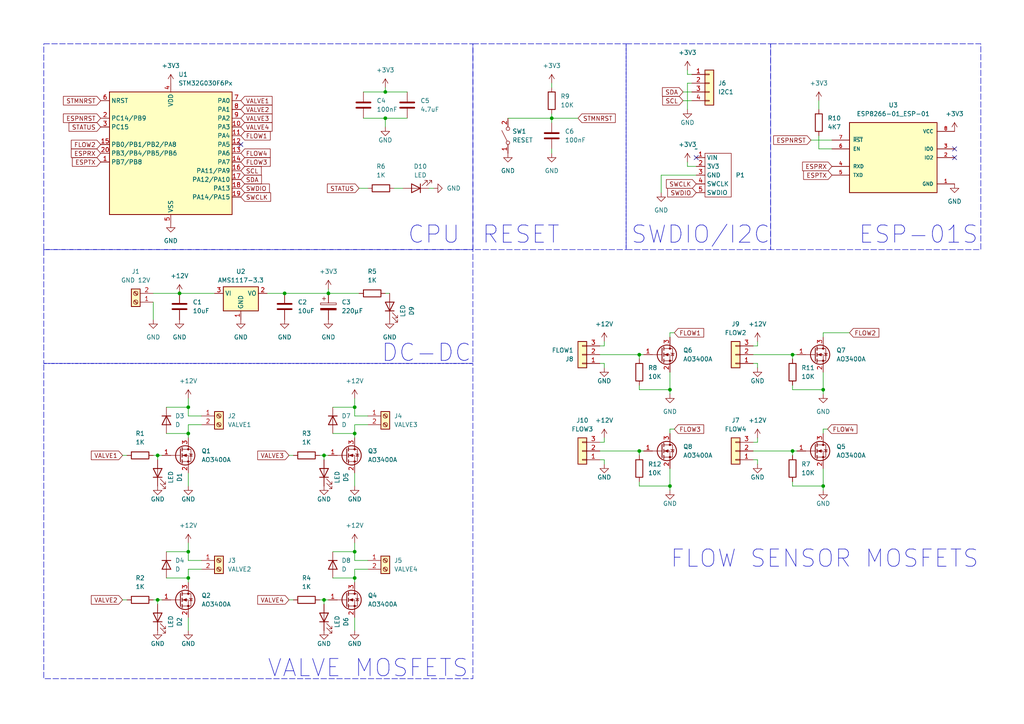
<source format=kicad_sch>
(kicad_sch (version 20230121) (generator eeschema)
  (paper "A4")
  (title_block (title "AutoIrrigator") (date "2025-04-06") (rev "1"))
  (lib_symbols
    (symbol "Connector_Generic:Conn_01x03" (pin_names (offset 1.016) hide)
      (property "Reference" "J" (at 0 5.08 0))
      (property "Value" "Conn_01x03" (at 0 -5.08 0))
      (symbol "Conn_01x03_1_1"
        (rectangle (start -1.27 -2.413) (end 0 -2.667) (stroke (width 0.1524)))
        (rectangle (start -1.27 0.127) (end 0 -0.127) (stroke (width 0.1524)))
        (rectangle (start -1.27 2.667) (end 0 2.413) (stroke (width 0.1524)))
        (rectangle (start -1.27 3.81) (end 1.27 -3.81) (stroke (width 0.254)) (fill (type background)))
        (pin passive line (at -5.08 2.54 0) (length 3.81) (name "Pin_1") (number "1"))
        (pin passive line (at -5.08 0 0) (length 3.81) (name "Pin_2") (number "2"))
        (pin passive line (at -5.08 -2.54 0) (length 3.81) (name "Pin_3") (number "3"))
      )
    )
    (symbol "Connector_Generic:Conn_01x04" (pin_names (offset 1.016) hide)
      (property "Reference" "J" (at 0 5.08 0))
      (property "Value" "Conn_01x04" (at 0 -7.62 0))
      (symbol "Conn_01x04_1_1"
        (rectangle (start -1.27 -4.953) (end 0 -5.207) (stroke (width 0.1524)))
        (rectangle (start -1.27 -2.413) (end 0 -2.667) (stroke (width 0.1524)))
        (rectangle (start -1.27 0.127) (end 0 -0.127) (stroke (width 0.1524)))
        (rectangle (start -1.27 2.667) (end 0 2.413) (stroke (width 0.1524)))
        (rectangle (start -1.27 3.81) (end 1.27 -6.35) (stroke (width 0.254)) (fill (type background)))
        (pin passive line (at -5.08 2.54 0) (length 3.81) (name "Pin_1") (number "1"))
        (pin passive line (at -5.08 0 0) (length 3.81) (name "Pin_2") (number "2"))
        (pin passive line (at -5.08 -2.54 0) (length 3.81) (name "Pin_3") (number "3"))
        (pin passive line (at -5.08 -5.08 0) (length 3.81) (name "Pin_4") (number "4"))
      )
    )
    (symbol "Device:C" (pin_numbers hide) (pin_names (offset 0.254))
      (property "Reference" "C" (at 0.635 2.54 0))
      (property "Value" "C" (at 0.635 -2.54 0))
      (symbol "C_0_1"
        (polyline (pts (xy -2.032 -0.762) (xy 2.032 -0.762)) (stroke (width 0.508)))
        (polyline (pts (xy -2.032 0.762) (xy 2.032 0.762)) (stroke (width 0.508)))
      )
      (symbol "C_1_1"
        (pin passive line (at 0 3.81 270) (length 2.794) (name "~") (number "1"))
        (pin passive line (at 0 -3.81 90) (length 2.794) (name "~") (number "2"))
      )
    )
    (symbol "Device:C_Polarized" (pin_numbers hide) (pin_names (offset 0.254))
      (property "Reference" "C" (at 0.635 2.54 0))
      (property "Value" "C_Polarized" (at 0.635 -2.54 0))
      (symbol "C_Polarized_0_1"
        (rectangle (start -2.286 0.508) (end 2.286 1.016))
        (polyline (pts (xy -1.778 2.286) (xy -0.762 2.286)))
        (polyline (pts (xy -1.27 2.794) (xy -1.27 1.778)))
        (rectangle (start 2.286 -0.508) (end -2.286 -1.016) (fill (type outline)))
      )
      (symbol "C_Polarized_1_1"
        (pin passive line (at 0 3.81 270) (length 2.794) (name "~") (number "1"))
        (pin passive line (at 0 -3.81 90) (length 2.794) (name "~") (number "2"))
      )
    )
    (symbol "Device:D" (pin_numbers hide) (pin_names (offset 1.016) hide)
      (property "Reference" "D" (at 0 2.54 0))
      (property "Value" "D" (at 0 -2.54 0))
      (symbol "D_0_1"
        (polyline (pts (xy -1.27 1.27) (xy -1.27 -1.27)) (stroke (width 0.254)))
        (polyline (pts (xy 1.27 0) (xy -1.27 0)))
        (polyline (pts (xy 1.27 1.27) (xy 1.27 -1.27) (xy -1.27 0) (xy 1.27 1.27)) (stroke (width 0.254)))
      )
      (symbol "D_1_1"
        (pin passive line (at -3.81 0 0) (length 2.54) (name "K") (number "1"))
        (pin passive line (at 3.81 0 180) (length 2.54) (name "A") (number "2"))
      )
    )
    (symbol "Device:LED" (pin_numbers hide) (pin_names (offset 1.016) hide)
      (property "Reference" "D" (at 0 2.54 0))
      (property "Value" "LED" (at 0 -2.54 0))
      (symbol "LED_0_1"
        (polyline (pts (xy -1.27 -1.27) (xy -1.27 1.27)) (stroke (width 0.254)))
        (polyline (pts (xy -1.27 0) (xy 1.27 0)))
        (polyline (pts (xy 1.27 -1.27) (xy 1.27 1.27) (xy -1.27 0) (xy 1.27 -1.27)) (stroke (width 0.254)))
        (polyline (pts (xy -3.048 -0.762) (xy -4.572 -2.286) (xy -3.81 -2.286) (xy -4.572 -2.286) (xy -4.572 -1.524)))
        (polyline (pts (xy -1.778 -0.762) (xy -3.302 -2.286) (xy -2.54 -2.286) (xy -3.302 -2.286) (xy -3.302 -1.524)))
      )
      (symbol "LED_1_1"
        (pin passive line (at -3.81 0 0) (length 2.54) (name "K") (number "1"))
        (pin passive line (at 3.81 0 180) (length 2.54) (name "A") (number "2"))
      )
    )
    (symbol "Device:R" (pin_numbers hide) (pin_names (offset 0))
      (property "Reference" "R" (at 2.032 0 90))
      (property "Value" "R" (at 0 0 90))
      (symbol "R_0_1"
        (rectangle (start -1.016 -2.54) (end 1.016 2.54) (stroke (width 0.254)))
      )
      (symbol "R_1_1"
        (pin passive line (at 0 3.81 270) (length 1.27) (name "~") (number "1"))
        (pin passive line (at 0 -3.81 90) (length 1.27) (name "~") (number "2"))
      )
    )
    (symbol "ESP8266-01_ESP-01:ESP8266-01_ESP-01" (pin_names (offset 1.016))
      (property "Reference" "U" (at -12.7094 10.6778 0))
      (property "Value" "ESP8266-01_ESP-01" (at -12.7131 -12.7131 0))
      (symbol "ESP8266-01_ESP-01_0_0"
        (rectangle (start -12.7 -10.16) (end 12.7 10.16) (stroke (width 0.254)) (fill (type background)))
        (pin power_in line (at 17.78 -7.62 180) (length 5.08) (name "GND") (number "1"))
        (pin bidirectional line (at 17.78 0 180) (length 5.08) (name "IO2") (number "2"))
        (pin bidirectional line (at 17.78 2.54 180) (length 5.08) (name "IO0") (number "3"))
        (pin input line (at -17.78 -2.54 0) (length 5.08) (name "RXD") (number "4"))
        (pin output line (at -17.78 -5.08 0) (length 5.08) (name "TXD") (number "5"))
        (pin input line (at -17.78 2.54 0) (length 5.08) (name "EN") (number "6"))
        (pin input line (at -17.78 5.08 0) (length 5.08) (name "~{RST}") (number "7"))
        (pin power_in line (at 17.78 7.62 180) (length 5.08) (name "VCC") (number "8"))
      )
    )
    (symbol "MCU_ST_STM32G0:STM32G030F6Px"
      (property "Reference" "U" (at -17.78 19.05 0))
      (property "Value" "STM32G030F6Px" (at 2.54 19.05 0))
      (symbol "STM32G030F6Px_0_1"
        (rectangle (start -17.78 -17.78) (end 17.78 17.78) (stroke (width 0.254)) (fill (type background)))
      )
      (symbol "STM32G030F6Px_1_1"
        (pin bidirectional line (at -20.32 -2.54 0) (length 2.54) (name "PB7/PB8") (number "1"))
        (pin bidirectional line (at 20.32 7.62 180) (length 2.54) (name "PA3") (number "10"))
        (pin bidirectional line (at 20.32 5.08 180) (length 2.54) (name "PA4") (number "11"))
        (pin bidirectional line (at 20.32 2.54 180) (length 2.54) (name "PA5") (number "12"))
        (pin bidirectional line (at 20.32 0 180) (length 2.54) (name "PA6") (number "13"))
        (pin bidirectional line (at 20.32 -2.54 180) (length 2.54) (name "PA7") (number "14"))
        (pin bidirectional line (at -20.32 2.54 0) (length 2.54) (name "PB0/PB1/PB2/PA8") (number "15"))
        (pin bidirectional line (at 20.32 -5.08 180) (length 2.54) (name "PA11/PA9") (number "16"))
        (pin bidirectional line (at 20.32 -7.62 180) (length 2.54) (name "PA12/PA10") (number "17"))
        (pin bidirectional line (at 20.32 -10.16 180) (length 2.54) (name "PA13") (number "18"))
        (pin bidirectional line (at 20.32 -12.7 180) (length 2.54) (name "PA14/PA15") (number "19"))
        (pin bidirectional line (at -20.32 10.16 0) (length 2.54) (name "PC14/PB9") (number "2"))
        (pin bidirectional line (at -20.32 0 0) (length 2.54) (name "PB3/PB4/PB5/PB6") (number "20"))
        (pin bidirectional line (at -20.32 7.62 0) (length 2.54) (name "PC15") (number "3"))
        (pin power_in line (at 0 20.32 270) (length 2.54) (name "VDD") (number "4"))
        (pin power_in line (at 0 -20.32 90) (length 2.54) (name "VSS") (number "5"))
        (pin input line (at -20.32 15.24 0) (length 2.54) (name "NRST") (number "6"))
        (pin bidirectional line (at 20.32 15.24 180) (length 2.54) (name "PA0") (number "7"))
        (pin bidirectional line (at 20.32 12.7 180) (length 2.54) (name "PA1") (number "8"))
        (pin bidirectional line (at 20.32 10.16 180) (length 2.54) (name "PA2") (number "9"))
      )
    )
    (symbol "Regulator_Linear:AMS1117-3.3"
      (property "Reference" "U" (at -3.81 3.175 0))
      (property "Value" "AMS1117-3.3" (at 0 3.175 0))
      (symbol "AMS1117-3.3_0_1"
        (rectangle (start -5.08 -5.08) (end 5.08 1.905) (stroke (width 0.254)) (fill (type background)))
      )
      (symbol "AMS1117-3.3_1_1"
        (pin power_in line (at 0 -7.62 90) (length 2.54) (name "GND") (number "1"))
        (pin power_out line (at 7.62 0 180) (length 2.54) (name "VO") (number "2"))
        (pin power_in line (at -7.62 0 0) (length 2.54) (name "VI") (number "3"))
      )
    )
    (symbol "Switch:SW_SPST" (pin_names (offset 0) hide)
      (property "Reference" "SW" (at 0 3.175 0))
      (property "Value" "SW_SPST" (at 0 -2.54 0))
      (symbol "SW_SPST_0_0"
        (circle (center -2.032 0) (radius 0.508))
        (polyline (pts (xy -1.524 0.254) (xy 1.524 1.778)))
        (circle (center 2.032 0) (radius 0.508))
      )
      (symbol "SW_SPST_1_1"
        (pin passive line (at -5.08 0 0) (length 2.54) (name "A") (number "1"))
        (pin passive line (at 5.08 0 180) (length 2.54) (name "B") (number "2"))
      )
    )
    (symbol "Transistor_FET:AO3400A" (pin_names hide)
      (property "Reference" "Q" (at 5.08 1.905 0))
      (property "Value" "AO3400A" (at 5.08 0 0))
      (symbol "AO3400A_0_1"
        (polyline (pts (xy 0.254 0) (xy -2.54 0)))
        (polyline (pts (xy 0.254 1.905) (xy 0.254 -1.905)) (stroke (width 0.254)))
        (polyline (pts (xy 0.762 -1.27) (xy 0.762 -2.286)) (stroke (width 0.254)))
        (polyline (pts (xy 0.762 0.508) (xy 0.762 -0.508)) (stroke (width 0.254)))
        (polyline (pts (xy 0.762 2.286) (xy 0.762 1.27)) (stroke (width 0.254)))
        (polyline (pts (xy 2.54 2.54) (xy 2.54 1.778)))
        (polyline (pts (xy 2.54 -2.54) (xy 2.54 0) (xy 0.762 0)))
        (polyline (pts (xy 0.762 -1.778) (xy 3.302 -1.778) (xy 3.302 1.778) (xy 0.762 1.778)))
        (polyline (pts (xy 1.016 0) (xy 2.032 0.381) (xy 2.032 -0.381) (xy 1.016 0)) (fill (type outline)))
        (polyline (pts (xy 2.794 0.508) (xy 2.921 0.381) (xy 3.683 0.381) (xy 3.81 0.254)))
        (polyline (pts (xy 3.302 0.381) (xy 2.921 -0.254) (xy 3.683 -0.254) (xy 3.302 0.381)))
        (circle (center 1.651 0) (radius 2.794) (stroke (width 0.254)))
        (circle (center 2.54 -1.778) (radius 0.254) (fill (type outline)))
        (circle (center 2.54 1.778) (radius 0.254) (fill (type outline)))
      )
      (symbol "AO3400A_1_1"
        (pin input line (at -5.08 0 0) (length 2.54) (name "G") (number "1"))
        (pin passive line (at 2.54 -5.08 90) (length 2.54) (name "S") (number "2"))
        (pin passive line (at 2.54 5.08 270) (length 2.54) (name "D") (number "3"))
      )
    )
    (symbol "power:+12V" (power) (pin_names (offset 0))
      (property "Value" "+12V" (at 0 3.556 0))
      (symbol "+12V_0_1"
        (polyline (pts (xy -0.762 1.27) (xy 0 2.54)))
        (polyline (pts (xy 0 0) (xy 0 2.54)))
        (polyline (pts (xy 0 2.54) (xy 0.762 1.27)))
      )
      (symbol "+12V_1_1"
        (pin power_in line (at 0 0 90) (length 0) hide (name "+12V") (number "1"))
      )
    )
    (symbol "power:+3V3" (power) (pin_names (offset 0))
      (property "Value" "+3V3" (at 0 3.556 0))
      (symbol "+3V3_0_1"
        (polyline (pts (xy -0.762 1.27) (xy 0 2.54)))
        (polyline (pts (xy 0 0) (xy 0 2.54)))
        (polyline (pts (xy 0 2.54) (xy 0.762 1.27)))
      )
      (symbol "+3V3_1_1"
        (pin power_in line (at 0 0 90) (length 0) hide (name "+3V3") (number "1"))
      )
    )
    (symbol "power:GND" (power) (pin_names (offset 0))
      (property "Value" "GND" (at 0 -3.81 0))
      (symbol "GND_0_1"
        (polyline (pts (xy 0 0) (xy 0 -1.27) (xy 1.27 -1.27) (xy 0 -2.54) (xy -1.27 -1.27) (xy 0 -1.27)))
      )
      (symbol "GND_1_1"
        (pin power_in line (at 0 0 270) (length 0) hide (name "GND") (number "1"))
      )
    )
    (symbol "power_symbols:screw_2p_small"
      (property "Reference" "J" (at 2.54 -2.54 0))
      (property "Value" "Screw_Terminals_Small" (at 12.7 -5.08 0))
      (symbol "screw_2p_small_1_1"
        (rectangle (start -1.27 -1.27) (end 1.27 -6.35) (stroke (width 0.254)) (fill (type background)))
        (circle (center 0 -5.08) (radius 0.635) (stroke (width 0.1524)))
        (circle (center 0 -2.54) (radius 0.635) (stroke (width 0.1524)))
        (polyline (pts (xy -0.5334 -4.7498) (xy 0.3302 -5.588)) (stroke (width 0.1524)))
        (polyline (pts (xy -0.5334 -2.2098) (xy 0.3302 -3.048)) (stroke (width 0.1524)))
        (polyline (pts (xy -0.3556 -4.572) (xy 0.508 -5.4102)) (stroke (width 0.1524)))
        (polyline (pts (xy -0.3556 -2.032) (xy 0.508 -2.8702)) (stroke (width 0.1524)))
        (pin passive line (at -5.08 -2.54 0) (length 3.81) (name "") (number "1"))
        (pin passive line (at -5.08 -5.08 0) (length 3.81) (name "") (number "2"))
      )
    )
    (symbol "power_symbols:stm_headers"
      (property "Reference" "P" (at 6.35 0 0))
      (symbol "stm_headers_0_1"
        (rectangle (start 2.54 -1.27) (end 10.16 -13.97))
      )
      (symbol "stm_headers_1_1"
        (pin input line (at 0 -2.54 0) (length 2.54) (name "VIN") (number "1"))
        (pin input line (at 0 -5.08 0) (length 2.54) (name "3V3") (number "2"))
        (pin input line (at 0 -7.62 0) (length 2.54) (name "GND") (number "3"))
        (pin input line (at 0 -10.16 0) (length 2.54) (name "SWCLK") (number "4"))
        (pin input line (at 0 -12.7 0) (length 2.54) (name "SWDIO") (number "5"))
      )
    )
  )
  (junction (at 229.87 130.81))
  (junction (at 93.98 173.99))
  (junction (at 54.61 118.11))
  (junction (at 93.98 132.08))
  (junction (at 54.61 160.02))
  (junction (at 111.76 34.29))
  (junction (at 194.31 113.03))
  (junction (at 82.55 85.09))
  (junction (at 185.42 102.87))
  (junction (at 229.87 102.87))
  (junction (at 95.25 85.09))
  (junction (at 45.72 132.08))
  (junction (at 102.87 125.73))
  (junction (at 194.31 140.97))
  (junction (at 160.02 34.29))
  (junction (at 238.76 140.97))
  (junction (at 185.42 130.81))
  (junction (at 54.61 125.73))
  (junction (at 52.07 85.09))
  (junction (at 102.87 167.64))
  (junction (at 54.61 167.64))
  (junction (at 45.72 173.99))
  (junction (at 238.76 113.03))
  (junction (at 111.76 26.67))
  (junction (at 102.87 160.02))
  (junction (at 102.87 118.11))
  (no_connect (at 276.86 45.72))
  (no_connect (at 201.93 45.72))
  (no_connect (at 69.85 41.91))
  (no_connect (at 276.86 43.18))
  (wire (pts (xy 93.98 132.08) (xy 95.25 132.08)))
  (wire (pts (xy 238.76 124.46) (xy 238.76 125.73)))
  (wire (pts (xy 54.61 167.64) (xy 54.61 165.1)))
  (wire (pts (xy 229.87 139.7) (xy 229.87 140.97)))
  (wire (pts (xy 54.61 168.91) (xy 54.61 167.64)))
  (wire (pts (xy 218.44 128.27) (xy 219.71 128.27)))
  (wire (pts (xy 219.71 133.35) (xy 219.71 134.62)))
  (wire (pts (xy 77.47 85.09) (xy 82.55 85.09)))
  (wire (pts (xy 218.44 102.87) (xy 229.87 102.87)))
  (wire (pts (xy 93.98 132.08) (xy 93.98 133.35)))
  (wire (pts (xy 147.32 34.29) (xy 160.02 34.29)))
  (wire (pts (xy 105.41 26.67) (xy 111.76 26.67)))
  (wire (pts (xy 54.61 137.16) (xy 54.61 140.97)))
  (wire (pts (xy 102.87 123.19) (xy 106.68 123.19)))
  (wire (pts (xy 231.14 130.81) (xy 229.87 130.81)))
  (wire (pts (xy 111.76 34.29) (xy 111.76 36.83)))
  (wire (pts (xy 54.61 125.73) (xy 54.61 123.19)))
  (wire (pts (xy 229.87 113.03) (xy 238.76 113.03)))
  (wire (pts (xy 54.61 118.11) (xy 54.61 120.65)))
  (wire (pts (xy 218.44 105.41) (xy 219.71 105.41)))
  (wire (pts (xy 44.45 92.71) (xy 44.45 87.63)))
  (wire (pts (xy 96.52 167.64) (xy 102.87 167.64)))
  (wire (pts (xy 102.87 125.73) (xy 102.87 123.19)))
  (wire (pts (xy 194.31 142.24) (xy 194.31 140.97)))
  (wire (pts (xy 45.72 132.08) (xy 45.72 133.35)))
  (wire (pts (xy 54.61 123.19) (xy 58.42 123.19)))
  (wire (pts (xy 237.49 43.18) (xy 241.3 43.18)))
  (wire (pts (xy 191.77 50.8) (xy 201.93 50.8)))
  (wire (pts (xy 35.56 132.08) (xy 36.83 132.08)))
  (wire (pts (xy 95.25 83.82) (xy 95.25 85.09)))
  (wire (pts (xy 105.41 34.29) (xy 111.76 34.29)))
  (wire (pts (xy 54.61 127) (xy 54.61 125.73)))
  (wire (pts (xy 44.45 85.09) (xy 52.07 85.09)))
  (wire (pts (xy 194.31 124.46) (xy 194.31 125.73)))
  (wire (pts (xy 199.39 20.32) (xy 199.39 21.59)))
  (wire (pts (xy 175.26 105.41) (xy 175.26 106.68)))
  (wire (pts (xy 194.31 107.95) (xy 194.31 113.03)))
  (wire (pts (xy 235.204 40.64) (xy 241.3 40.64)))
  (wire (pts (xy 116.84 54.61) (xy 114.3 54.61)))
  (wire (pts (xy 54.61 165.1) (xy 58.42 165.1)))
  (wire (pts (xy 160.02 43.18) (xy 160.02 44.45)))
  (wire (pts (xy 199.39 24.13) (xy 199.39 31.75)))
  (wire (pts (xy 238.76 114.3) (xy 238.76 113.03)))
  (wire (pts (xy 185.42 140.97) (xy 194.31 140.97)))
  (wire (pts (xy 102.87 165.1) (xy 106.68 165.1)))
  (wire (pts (xy 186.69 130.81) (xy 185.42 130.81)))
  (wire (pts (xy 95.25 85.09) (xy 104.14 85.09)))
  (wire (pts (xy 104.14 54.61) (xy 106.68 54.61)))
  (wire (pts (xy 44.45 132.08) (xy 45.72 132.08)))
  (wire (pts (xy 238.76 142.24) (xy 238.76 140.97)))
  (wire (pts (xy 173.99 128.27) (xy 175.26 128.27)))
  (wire (pts (xy 186.69 102.87) (xy 185.42 102.87)))
  (wire (pts (xy 111.76 25.4) (xy 111.76 26.67)))
  (wire (pts (xy 83.82 132.08) (xy 85.09 132.08)))
  (wire (pts (xy 185.42 130.81) (xy 185.42 132.08)))
  (wire (pts (xy 102.87 118.11) (xy 102.87 120.65)))
  (wire (pts (xy 173.99 102.87) (xy 185.42 102.87)))
  (wire (pts (xy 185.42 139.7) (xy 185.42 140.97)))
  (wire (pts (xy 199.39 46.99) (xy 199.39 48.26)))
  (wire (pts (xy 238.76 107.95) (xy 238.76 113.03)))
  (wire (pts (xy 173.99 100.33) (xy 175.26 100.33)))
  (wire (pts (xy 102.87 162.56) (xy 106.68 162.56)))
  (wire (pts (xy 54.61 115.57) (xy 54.61 118.11)))
  (wire (pts (xy 92.71 173.99) (xy 93.98 173.99)))
  (wire (pts (xy 54.61 179.07) (xy 54.61 182.88)))
  (wire (pts (xy 238.76 96.52) (xy 246.38 96.52)))
  (wire (pts (xy 54.61 162.56) (xy 58.42 162.56)))
  (wire (pts (xy 102.87 115.57) (xy 102.87 118.11)))
  (wire (pts (xy 48.26 160.02) (xy 54.61 160.02)))
  (wire (pts (xy 194.31 135.89) (xy 194.31 140.97)))
  (wire (pts (xy 198.12 26.67) (xy 200.66 26.67)))
  (wire (pts (xy 229.87 111.76) (xy 229.87 113.03)))
  (wire (pts (xy 219.71 105.41) (xy 219.71 106.68)))
  (wire (pts (xy 229.87 140.97) (xy 238.76 140.97)))
  (wire (pts (xy 48.26 118.11) (xy 54.61 118.11)))
  (wire (pts (xy 185.42 102.87) (xy 185.42 104.14)))
  (wire (pts (xy 160.02 33.02) (xy 160.02 34.29)))
  (wire (pts (xy 185.42 111.76) (xy 185.42 113.03)))
  (wire (pts (xy 96.52 118.11) (xy 102.87 118.11)))
  (wire (pts (xy 199.39 48.26) (xy 201.93 48.26)))
  (wire (pts (xy 175.26 133.35) (xy 175.26 134.62)))
  (wire (pts (xy 194.31 96.52) (xy 194.31 97.79)))
  (wire (pts (xy 219.71 100.33) (xy 219.71 99.06)))
  (wire (pts (xy 229.87 130.81) (xy 229.87 132.08)))
  (wire (pts (xy 45.72 173.99) (xy 46.99 173.99)))
  (wire (pts (xy 238.76 96.52) (xy 238.76 97.79)))
  (wire (pts (xy 48.26 167.64) (xy 54.61 167.64)))
  (wire (pts (xy 238.76 124.46) (xy 240.03 124.46)))
  (wire (pts (xy 229.87 102.87) (xy 229.87 104.14)))
  (wire (pts (xy 45.72 132.08) (xy 46.99 132.08)))
  (wire (pts (xy 102.87 168.91) (xy 102.87 167.64)))
  (wire (pts (xy 160.02 34.29) (xy 167.64 34.29)))
  (wire (pts (xy 194.31 96.52) (xy 195.58 96.52)))
  (wire (pts (xy 199.39 21.59) (xy 200.66 21.59)))
  (wire (pts (xy 194.31 114.3) (xy 194.31 113.03)))
  (wire (pts (xy 175.26 100.33) (xy 175.26 99.06)))
  (wire (pts (xy 173.99 133.35) (xy 175.26 133.35)))
  (wire (pts (xy 35.56 173.99) (xy 36.83 173.99)))
  (wire (pts (xy 102.87 137.16) (xy 102.87 140.97)))
  (wire (pts (xy 113.03 85.09) (xy 111.76 85.09)))
  (wire (pts (xy 52.07 85.09) (xy 62.23 85.09)))
  (wire (pts (xy 173.99 105.41) (xy 175.26 105.41)))
  (wire (pts (xy 200.66 24.13) (xy 199.39 24.13)))
  (wire (pts (xy 102.87 160.02) (xy 102.87 162.56)))
  (wire (pts (xy 237.49 39.37) (xy 237.49 43.18)))
  (wire (pts (xy 102.87 167.64) (xy 102.87 165.1)))
  (wire (pts (xy 218.44 100.33) (xy 219.71 100.33)))
  (wire (pts (xy 102.87 127) (xy 102.87 125.73)))
  (wire (pts (xy 125.73 54.61) (xy 124.46 54.61)))
  (wire (pts (xy 96.52 160.02) (xy 102.87 160.02)))
  (wire (pts (xy 54.61 157.48) (xy 54.61 160.02)))
  (wire (pts (xy 191.77 55.88) (xy 191.77 50.8)))
  (wire (pts (xy 238.76 135.89) (xy 238.76 140.97)))
  (wire (pts (xy 237.49 29.21) (xy 237.49 31.75)))
  (wire (pts (xy 160.02 24.13) (xy 160.02 25.4)))
  (wire (pts (xy 219.71 128.27) (xy 219.71 127)))
  (wire (pts (xy 93.98 173.99) (xy 95.25 173.99)))
  (wire (pts (xy 54.61 160.02) (xy 54.61 162.56)))
  (wire (pts (xy 175.26 128.27) (xy 175.26 127)))
  (wire (pts (xy 218.44 130.81) (xy 229.87 130.81)))
  (wire (pts (xy 48.26 125.73) (xy 54.61 125.73)))
  (wire (pts (xy 102.87 120.65) (xy 106.68 120.65)))
  (wire (pts (xy 44.45 173.99) (xy 45.72 173.99)))
  (wire (pts (xy 218.44 133.35) (xy 219.71 133.35)))
  (wire (pts (xy 83.82 173.99) (xy 85.09 173.99)))
  (wire (pts (xy 82.55 85.09) (xy 95.25 85.09)))
  (wire (pts (xy 194.31 124.46) (xy 195.58 124.46)))
  (wire (pts (xy 92.71 132.08) (xy 93.98 132.08)))
  (wire (pts (xy 45.72 173.99) (xy 45.72 175.26)))
  (wire (pts (xy 102.87 179.07) (xy 102.87 182.88)))
  (wire (pts (xy 111.76 26.67) (xy 118.11 26.67)))
  (wire (pts (xy 93.98 173.99) (xy 93.98 175.26)))
  (wire (pts (xy 185.42 113.03) (xy 194.31 113.03)))
  (wire (pts (xy 54.61 120.65) (xy 58.42 120.65)))
  (wire (pts (xy 96.52 125.73) (xy 102.87 125.73)))
  (wire (pts (xy 160.02 34.29) (xy 160.02 35.56)))
  (wire (pts (xy 231.14 102.87) (xy 229.87 102.87)))
  (wire (pts (xy 198.12 29.21) (xy 200.66 29.21)))
  (wire (pts (xy 102.87 157.48) (xy 102.87 160.02)))
  (wire (pts (xy 173.99 130.81) (xy 185.42 130.81)))
  (wire (pts (xy 111.76 34.29) (xy 118.11 34.29)))
  (rectangle (start 223.52 12.7) (end 284.48 72.39) (stroke (width 0) (type dash)))
  (rectangle (start 137.16 12.7) (end 181.61 72.39) (stroke (width 0) (type dash)))
  (rectangle (start 12.7 105.41) (end 137.16 196.85) (stroke (width 0) (type dash)))
  (rectangle (start 12.7 12.7) (end 137.16 72.39) (stroke (width 0) (type dash)))
  (rectangle (start 12.7 72.39) (end 137.16 105.41) (stroke (width 0) (type dash)))
  (rectangle (start 181.61 12.7) (end 223.52 72.39) (stroke (width 0) (type dash)))
  (text "RESET" (at 139.7 71.12 0) (effects (font (size 5 5)) (justify left bottom)))
  (text "CPU" (at 118.11 71.12 0) (effects (font (size 5 5)) (justify left bottom)))
  (text "SWDIO/I2C\n" (at 182.88 71.12 0) (effects (font (size 5 5)) (justify left bottom)))
  (text "VALVE MOSFETS" (at 77.47 196.85 0) (effects (font (size 5 5)) (justify left bottom)))
  (text "DC-DC" (at 110.49 105.41 0) (effects (font (size 5 5)) (justify left bottom)))
  (text "ESP-01S" (at 248.92 71.12 0) (effects (font (size 5 5)) (justify left bottom)))
  (text "FLOW SENSOR MOSFETS" (at 194.31 165.1 0) (effects (font (size 5 5)) (justify left bottom)))
  (global_label "SWCLK" (shape input) (at 69.85 57.15 0) (property "Intersheetrefs" "${INTERSHEET_REFS}" (effects hide)))
  (global_label "VALVE1" (shape input) (at 69.85 29.21 0) (property "Intersheetrefs" "${INTERSHEET_REFS}" (effects hide)))
  (global_label "SCL" (shape input) (at 69.85 49.53 0) (property "Intersheetrefs" "${INTERSHEET_REFS}" (effects hide)))
  (global_label "FLOW3" (shape input) (at 69.85 46.99 0) (property "Intersheetrefs" "${INTERSHEET_REFS}" (effects hide)))
  (global_label "VALVE3" (shape input) (at 69.85 34.29 0) (property "Intersheetrefs" "${INTERSHEET_REFS}" (effects hide)))
  (global_label "SDA" (shape input) (at 198.12 26.67 180) (property "Intersheetrefs" "${INTERSHEET_REFS}" (effects hide)))
  (global_label "FLOW3" (shape input) (at 195.58 124.46 0) (property "Intersheetrefs" "${INTERSHEET_REFS}" (effects hide)))
  (global_label "STATUS" (shape input) (at 104.14 54.61 180) (property "Intersheetrefs" "${INTERSHEET_REFS}" (effects hide)))
  (global_label "VALVE2" (shape input) (at 69.85 31.75 0) (property "Intersheetrefs" "${INTERSHEET_REFS}" (effects hide)))
  (global_label "SCL" (shape input) (at 198.12 29.21 180) (property "Intersheetrefs" "${INTERSHEET_REFS}" (effects hide)))
  (global_label "SWDIO" (shape input) (at 201.93 55.88 180) (property "Intersheetrefs" "${INTERSHEET_REFS}" (effects hide)))
  (global_label "ESPTX" (shape input) (at 241.3 50.8 180) (property "Intersheetrefs" "${INTERSHEET_REFS}" (effects hide)))
  (global_label "ESPTX" (shape input) (at 29.21 46.99 180) (property "Intersheetrefs" "${INTERSHEET_REFS}" (effects hide)))
  (global_label "VALVE4" (shape input) (at 69.85 36.83 0) (property "Intersheetrefs" "${INTERSHEET_REFS}" (effects hide)))
  (global_label "STATUS" (shape input) (at 29.21 36.83 180) (property "Intersheetrefs" "${INTERSHEET_REFS}" (effects hide)))
  (global_label "VALVE3" (shape input) (at 83.82 132.08 180) (property "Intersheetrefs" "${INTERSHEET_REFS}" (effects hide)))
  (global_label "FLOW4" (shape input) (at 69.85 44.45 0) (property "Intersheetrefs" "${INTERSHEET_REFS}" (effects hide)))
  (global_label "VALVE1" (shape input) (at 35.56 132.08 180) (property "Intersheetrefs" "${INTERSHEET_REFS}" (effects hide)))
  (global_label "STMNRST" (shape input) (at 29.21 29.21 180) (property "Intersheetrefs" "${INTERSHEET_REFS}" (effects hide)))
  (global_label "VALVE2" (shape input) (at 35.56 173.99 180) (property "Intersheetrefs" "${INTERSHEET_REFS}" (effects hide)))
  (global_label "SDA" (shape input) (at 69.85 52.07 0) (property "Intersheetrefs" "${INTERSHEET_REFS}" (effects hide)))
  (global_label "SWCLK" (shape input) (at 201.93 53.34 180) (property "Intersheetrefs" "${INTERSHEET_REFS}" (effects hide)))
  (global_label "ESPNRST" (shape input) (at 29.21 34.29 180) (property "Intersheetrefs" "${INTERSHEET_REFS}" (effects hide)))
  (global_label "SWDIO" (shape input) (at 69.85 54.61 0) (property "Intersheetrefs" "${INTERSHEET_REFS}" (effects hide)))
  (global_label "FLOW1" (shape input) (at 195.58 96.52 0) (property "Intersheetrefs" "${INTERSHEET_REFS}" (effects hide)))
  (global_label "ESPRX" (shape input) (at 29.21 44.45 180) (property "Intersheetrefs" "${INTERSHEET_REFS}" (effects hide)))
  (global_label "ESPNRST" (shape input) (at 235.204 40.64 180) (property "Intersheetrefs" "${INTERSHEET_REFS}" (effects hide)))
  (global_label "FLOW4" (shape input) (at 240.03 124.46 0) (property "Intersheetrefs" "${INTERSHEET_REFS}" (effects hide)))
  (global_label "FLOW2" (shape input) (at 246.38 96.52 0) (property "Intersheetrefs" "${INTERSHEET_REFS}" (effects hide)))
  (global_label "FLOW1" (shape input) (at 69.85 39.37 0) (property "Intersheetrefs" "${INTERSHEET_REFS}" (effects hide)))
  (global_label "FLOW2" (shape input) (at 29.21 41.91 180) (property "Intersheetrefs" "${INTERSHEET_REFS}" (effects hide)))
  (global_label "ESPRX" (shape input) (at 241.3 48.26 180) (property "Intersheetrefs" "${INTERSHEET_REFS}" (effects hide)))
  (global_label "VALVE4" (shape input) (at 83.82 173.99 180) (property "Intersheetrefs" "${INTERSHEET_REFS}" (effects hide)))
  (global_label "STMNRST" (shape input) (at 167.64 34.29 0) (property "Intersheetrefs" "${INTERSHEET_REFS}" (effects hide)))
  (symbol (lib_id "ESP8266-01_ESP-01:ESP8266-01_ESP-01") (at 259.08 45.72 0) (unit 1)
    (property "Reference" "U3" (at 259.08 30.48 0))
    (property "Value" "ESP8266-01_ESP-01" (at 259.08 33.02 0))
    (property "Footprint" "power_symbols:esp-01s" (effects hide))
    (property "MF" "AI-Thinker" (effects hide))
    (property "MAXIMUM_PACKAGE_HEIGHT" "11.2 mm" (effects hide))
    (property "Package" "Non-Standard AI-Thinker" (effects hide))
    (property "Price" "None" (effects hide))
    (property "Check_prices" "https://www.snapeda.com/parts/ESP8266-01/ESP-01/AI-Thinker/view-part/?ref=eda" (effects hide))
    (property "STANDARD" "Manufacturer recommendations or IPC 7351B" (effects hide))
    (property "PARTREV" "V1.2" (effects hide))
    (property "SnapEDA_Link" "https://www.snapeda.com/parts/ESP8266-01/ESP-01/AI-Thinker/view-part/?ref=snap" (effects hide))
    (property "MP" "ESP8266-01/ESP-01" (effects hide))
    (property "Description" "\nMakerFocus 4pcs ESP8266 ESP-01 Serial Wireless WiFi Transceiver Receiver Module 1MB SPI Flash DC3.0-3.6V Internet of Things WiFi Module Board Compatible with Ar duino\n" (effects hide))
    (property "Availability" "Not in stock" (effects hide))
    (property "MANUFACTURER" "AI-Thinker" (effects hide))
  )
  (symbol (lib_id "Device:LED") (at 120.65 54.61 180) (unit 1)
    (property "Reference" "D10" (at 121.92 48.26 0))
    (property "Value" "LED" (at 121.92 50.8 0))
    (property "Footprint" "LED_SMD:LED_0805_2012Metric" (effects hide))
  )
  (symbol (lib_id "power:GND") (at 194.31 114.3 0) (unit 1)
    (property "Reference" "#PWR038" (effects hide))
    (property "Value" "GND" (at 194.31 119.38 0))
  )
  (symbol (lib_id "power:+12V") (at 54.61 115.57 0) (unit 1)
    (property "Reference" "#PWR09" (effects hide))
    (property "Value" "+12V" (at 54.61 110.49 0))
  )
  (symbol (lib_id "power:GND") (at 175.26 134.62 0) (unit 1)
    (property "Reference" "#PWR043" (effects hide))
    (property "Value" "GND" (at 175.26 138.43 0))
  )
  (symbol (lib_id "power:GND") (at 219.71 134.62 0) (unit 1)
    (property "Reference" "#PWR029" (effects hide))
    (property "Value" "GND" (at 219.71 138.43 0))
  )
  (symbol (lib_id "power:+3V3") (at 237.49 29.21 0) (unit 1)
    (property "Reference" "#PWR039" (effects hide))
    (property "Value" "+3V3" (at 237.49 24.13 0))
  )
  (symbol (lib_id "power:GND") (at 69.85 92.71 0) (unit 1)
    (property "Reference" "#PWR08" (effects hide))
    (property "Value" "GND" (at 69.85 97.79 0))
  )
  (symbol (lib_id "Device:R") (at 185.42 135.89 0) (unit 1)
    (property "Reference" "R12" (at 187.96 134.62 0) (effects (justify left)))
    (property "Value" "10K" (at 187.96 137.16 0) (effects (justify left)))
    (property "Footprint" "Resistor_SMD:R_0603_1608Metric" (effects hide))
  )
  (symbol (lib_id "MCU_ST_STM32G0:STM32G030F6Px") (at 49.53 44.45 0) (unit 1)
    (property "Reference" "U1" (at 51.7241 21.59 0) (effects (justify left)))
    (property "Value" "STM32G030F6Px" (at 51.7241 24.13 0) (effects (justify left)))
    (property "Footprint" "Package_SO:TSSOP-20_4.4x6.5mm_P0.65mm" (effects hide))
    (property "Datasheet" "https://www.st.com/resource/en/datasheet/stm32g030f6.pdf" (effects hide))
  )
  (symbol (lib_id "Transistor_FET:AO3400A") (at 191.77 130.81 0) (unit 1)
    (property "Reference" "Q8" (at 198.12 129.54 0) (effects (justify left)))
    (property "Value" "AO3400A" (at 198.12 132.08 0) (effects (justify left)))
    (property "Footprint" "Package_TO_SOT_SMD:SOT-23" (effects hide))
    (property "Datasheet" "http://www.aosmd.com/pdfs/datasheet/AO3400A.pdf" (effects hide))
  )
  (symbol (lib_id "Device:R") (at 40.64 173.99 90) (unit 1)
    (property "Reference" "R2" (at 40.64 167.64 90))
    (property "Value" "1K" (at 40.64 170.18 90))
    (property "Footprint" "Resistor_SMD:R_0603_1608Metric" (effects hide))
  )
  (symbol (lib_id "power:GND") (at 102.87 182.88 0) (unit 1)
    (property "Reference" "#PWR022" (effects hide))
    (property "Value" "GND" (at 102.87 186.69 0))
  )
  (symbol (lib_id "Switch:SW_SPST") (at 147.32 39.37 90) (unit 1)
    (property "Reference" "SW1" (at 148.59 38.1 90) (effects (justify right)))
    (property "Value" "RESET" (at 148.59 40.64 90) (effects (justify right)))
    (property "Footprint" "Button_Switch_THT:SW_PUSH_6mm" (effects hide))
  )
  (symbol (lib_id "power:+12V") (at 175.26 99.06 0) (unit 1)
    (property "Reference" "#PWR032" (effects hide))
    (property "Value" "+12V" (at 175.26 93.98 0))
  )
  (symbol (lib_id "power:GND") (at 49.53 64.77 0) (unit 1)
    (property "Reference" "#PWR07" (effects hide))
    (property "Value" "GND" (at 49.53 69.85 0))
  )
  (symbol (lib_id "Device:C") (at 82.55 88.9 0) (unit 1)
    (property "Reference" "C2" (at 86.36 87.63 0) (effects (justify left)))
    (property "Value" "10uF" (at 86.36 90.17 0) (effects (justify left)))
    (property "Footprint" "Capacitor_SMD:C_0603_1608Metric" (effects hide))
  )
  (symbol (lib_id "power:GND") (at 93.98 182.88 0) (unit 1)
    (property "Reference" "#PWR017" (effects hide))
    (property "Value" "GND" (at 93.98 186.69 0))
  )
  (symbol (lib_id "Device:R") (at 237.49 35.56 0) (unit 1)
    (property "Reference" "R10" (at 240.03 34.29 0) (effects (justify left)))
    (property "Value" "4K7" (at 240.03 36.83 0) (effects (justify left)))
    (property "Footprint" "Resistor_SMD:R_0603_1608Metric" (effects hide))
  )
  (symbol (lib_id "power:+3V3") (at 111.76 25.4 0) (unit 1)
    (property "Reference" "#PWR023" (effects hide))
    (property "Value" "+3V3" (at 111.76 20.32 0))
  )
  (symbol (lib_id "power:GND") (at 175.26 106.68 0) (unit 1)
    (property "Reference" "#PWR033" (effects hide))
    (property "Value" "GND" (at 175.26 110.49 0))
  )
  (symbol (lib_id "Transistor_FET:AO3400A") (at 100.33 173.99 0) (unit 1)
    (property "Reference" "Q4" (at 106.68 172.72 0) (effects (justify left)))
    (property "Value" "AO3400A" (at 106.68 175.26 0) (effects (justify left)))
    (property "Footprint" "Package_TO_SOT_SMD:SOT-23" (effects hide))
    (property "Datasheet" "http://www.aosmd.com/pdfs/datasheet/AO3400A.pdf" (effects hide))
  )
  (symbol (lib_id "power_symbols:screw_2p_small") (at 63.5 118.11 0) (unit 1)
    (property "Reference" "J2" (at 66.04 120.65 0) (effects (justify left)))
    (property "Value" "VALVE1" (at 66.04 123.19 0) (effects (justify left)))
    (property "Footprint" "power_symbols:screw_2p_small" (effects hide))
  )
  (symbol (lib_id "power_symbols:screw_2p_small") (at 39.37 90.17 180) (unit 1)
    (property "Reference" "J1" (at 39.37 78.74 0))
    (property "Value" "GND 12V" (at 39.37 81.28 0))
    (property "Footprint" "power_symbols:screw_2p_small" (effects hide))
  )
  (symbol (lib_id "power:+12V") (at 52.07 85.09 0) (unit 1)
    (property "Reference" "#PWR02" (effects hide))
    (property "Value" "+12V" (at 52.07 80.01 0))
  )
  (symbol (lib_id "Connector_Generic:Conn_01x04") (at 205.74 24.13 0) (unit 1)
    (property "Reference" "J6" (at 208.28 24.13 0) (effects (justify left)))
    (property "Value" "I2C1" (at 208.28 26.67 0) (effects (justify left)))
    (property "Footprint" "Connector_JST:JST_EH_B4B-EH-A_1x04_P2.50mm_Vertical" (effects hide))
  )
  (symbol (lib_id "Device:R") (at 88.9 173.99 90) (unit 1)
    (property "Reference" "R4" (at 88.9 167.64 90))
    (property "Value" "1K" (at 88.9 170.18 90))
    (property "Footprint" "Resistor_SMD:R_0603_1608Metric" (effects hide))
  )
  (symbol (lib_id "power:GND") (at 111.76 36.83 0) (unit 1)
    (property "Reference" "#PWR024" (effects hide))
    (property "Value" "GND" (at 111.76 40.64 0))
  )
  (symbol (lib_id "Device:D") (at 48.26 121.92 270) (unit 1)
    (property "Reference" "D3" (at 50.8 120.65 90) (effects (justify left)))
    (property "Value" "D" (at 50.8 123.19 90) (effects (justify left)))
    (property "Footprint" "Diode_SMD:D_SMA" (effects hide))
    (property "Sim.Device" "D" (effects hide))
    (property "Sim.Pins" "1=K 2=A" (effects hide))
  )
  (symbol (lib_id "Device:D") (at 48.26 163.83 270) (unit 1)
    (property "Reference" "D4" (at 50.8 162.56 90) (effects (justify left)))
    (property "Value" "D" (at 50.8 165.1 90) (effects (justify left)))
    (property "Footprint" "Diode_SMD:D_SMA" (effects hide))
    (property "Sim.Device" "D" (effects hide))
    (property "Sim.Pins" "1=K 2=A" (effects hide))
  )
  (symbol (lib_id "Device:R") (at 107.95 85.09 90) (unit 1)
    (property "Reference" "R5" (at 107.95 78.74 90))
    (property "Value" "1K" (at 107.95 81.28 90))
    (property "Footprint" "Resistor_SMD:R_0603_1608Metric" (effects hide))
  )
  (symbol (lib_id "Device:C") (at 160.02 39.37 0) (unit 1)
    (property "Reference" "C6" (at 163.83 38.1 0) (effects (justify left)))
    (property "Value" "100nF" (at 163.83 40.64 0) (effects (justify left)))
    (property "Footprint" "Capacitor_SMD:C_0603_1608Metric" (effects hide))
  )
  (symbol (lib_id "power:GND") (at 125.73 54.61 90) (unit 1)
    (property "Reference" "#PWR025" (effects hide))
    (property "Value" "GND" (at 129.54 54.61 90) (effects (justify right)))
  )
  (symbol (lib_id "Device:LED") (at 45.72 179.07 90) (unit 1)
    (property "Reference" "D2" (at 52.07 180.34 0))
    (property "Value" "LED" (at 49.53 180.34 0))
    (property "Footprint" "LED_SMD:LED_0603_1608Metric" (effects hide))
  )
  (symbol (lib_id "power:GND") (at 45.72 182.88 0) (unit 1)
    (property "Reference" "#PWR05" (effects hide))
    (property "Value" "GND" (at 45.72 186.69 0))
  )
  (symbol (lib_id "Device:R") (at 160.02 29.21 0) (unit 1)
    (property "Reference" "R9" (at 162.56 27.94 0) (effects (justify left)))
    (property "Value" "10K" (at 162.56 30.48 0) (effects (justify left)))
    (property "Footprint" "Resistor_SMD:R_0603_1608Metric" (effects hide))
  )
  (symbol (lib_id "Device:LED") (at 45.72 137.16 90) (unit 1)
    (property "Reference" "D1" (at 52.07 138.43 0))
    (property "Value" "LED" (at 49.53 138.43 0))
    (property "Footprint" "LED_SMD:LED_0603_1608Metric" (effects hide))
  )
  (symbol (lib_id "power:GND") (at 194.31 142.24 0) (unit 1)
    (property "Reference" "#PWR045" (effects hide))
    (property "Value" "GND" (at 194.31 146.05 0))
  )
  (symbol (lib_id "power:+3V3") (at 199.39 46.99 0) (unit 1)
    (property "Reference" "#PWR031" (effects hide))
    (property "Value" "+3V3" (at 199.39 41.91 0))
  )
  (symbol (lib_id "Connector_Generic:Conn_01x03") (at 168.91 130.81 180) (unit 1)
    (property "Reference" "J10" (at 168.91 121.92 0))
    (property "Value" "FLOW3" (at 168.91 124.46 0))
    (property "Footprint" "Connector_JST:JST_EH_B3B-EH-A_1x03_P2.50mm_Vertical" (effects hide))
  )
  (symbol (lib_id "Device:LED") (at 113.03 88.9 90) (unit 1)
    (property "Reference" "D9" (at 119.38 90.17 0))
    (property "Value" "LED" (at 116.84 90.17 0))
    (property "Footprint" "LED_SMD:LED_0603_1608Metric" (effects hide))
  )
  (symbol (lib_id "power:GND") (at 54.61 140.97 0) (unit 1)
    (property "Reference" "#PWR010" (effects hide))
    (property "Value" "GND" (at 54.61 144.78 0))
  )
  (symbol (lib_id "Connector_Generic:Conn_01x03") (at 168.91 102.87 180) (unit 1)
    (property "Reference" "J8" (at 166.37 104.14 0) (effects (justify left)))
    (property "Value" "FLOW1" (at 166.37 101.6 0) (effects (justify left)))
    (property "Footprint" "Connector_JST:JST_EH_B3B-EH-A_1x03_P2.50mm_Vertical" (effects hide))
  )
  (symbol (lib_id "Regulator_Linear:AMS1117-3.3") (at 69.85 85.09 0) (unit 1)
    (property "Reference" "U2" (at 69.85 78.74 0))
    (property "Value" "AMS1117-3.3" (at 69.85 81.28 0))
    (property "Footprint" "Package_TO_SOT_SMD:SOT-223-3_TabPin2" (effects hide))
    (property "Datasheet" "http://www.advanced-monolithic.com/pdf/ds1117.pdf" (effects hide))
  )
  (symbol (lib_id "power:GND") (at 199.39 31.75 0) (unit 1)
    (property "Reference" "#PWR027" (effects hide))
    (property "Value" "GND" (at 199.39 35.56 0))
  )
  (symbol (lib_id "power:GND") (at 113.03 92.71 0) (unit 1)
    (property "Reference" "#PWR018" (effects hide))
    (property "Value" "GND" (at 113.03 97.79 0))
  )
  (symbol (lib_id "power:+12V") (at 219.71 99.06 0) (unit 1)
    (property "Reference" "#PWR040" (effects hide))
    (property "Value" "+12V" (at 219.71 93.98 0))
  )
  (symbol (lib_id "power:GND") (at 276.86 53.34 0) (unit 1)
    (property "Reference" "#PWR047" (effects hide))
    (property "Value" "GND" (at 276.86 58.42 0))
  )
  (symbol (lib_id "power:GND") (at 219.71 106.68 0) (unit 1)
    (property "Reference" "#PWR041" (effects hide))
    (property "Value" "GND" (at 219.71 110.49 0))
  )
  (symbol (lib_id "Transistor_FET:AO3400A") (at 100.33 132.08 0) (unit 1)
    (property "Reference" "Q3" (at 106.68 130.81 0) (effects (justify left)))
    (property "Value" "AO3400A" (at 106.68 133.35 0) (effects (justify left)))
    (property "Footprint" "Package_TO_SOT_SMD:SOT-23" (effects hide))
    (property "Datasheet" "http://www.aosmd.com/pdfs/datasheet/AO3400A.pdf" (effects hide))
  )
  (symbol (lib_id "Device:R") (at 40.64 132.08 90) (unit 1)
    (property "Reference" "R1" (at 40.64 125.73 90))
    (property "Value" "1K" (at 40.64 128.27 90))
    (property "Footprint" "Resistor_SMD:R_0603_1608Metric" (effects hide))
  )
  (symbol (lib_id "Device:C_Polarized") (at 95.25 88.9 0) (unit 1)
    (property "Reference" "C3" (at 99.06 87.63 0) (effects (justify left)))
    (property "Value" "220µF" (at 99.06 90.17 0) (effects (justify left)))
    (property "Footprint" "Capacitor_THT:CP_Radial_D4.0mm_P1.50mm" (effects hide))
  )
  (symbol (lib_id "power:+3V3") (at 49.53 24.13 0) (unit 1)
    (property "Reference" "#PWR06" (effects hide))
    (property "Value" "+3V3" (at 49.53 19.05 0))
  )
  (symbol (lib_id "power:+3V3") (at 276.86 38.1 0) (unit 1)
    (property "Reference" "#PWR046" (effects hide))
    (property "Value" "+3V3" (at 276.86 33.02 0))
  )
  (symbol (lib_id "Device:R") (at 110.49 54.61 90) (unit 1)
    (property "Reference" "R6" (at 110.49 48.26 90))
    (property "Value" "1K" (at 110.49 50.8 90))
    (property "Footprint" "Resistor_SMD:R_0603_1608Metric" (effects hide))
  )
  (symbol (lib_id "power_symbols:screw_2p_small") (at 63.5 160.02 0) (unit 1)
    (property "Reference" "J3" (at 66.04 162.56 0) (effects (justify left)))
    (property "Value" "VALVE2" (at 66.04 165.1 0) (effects (justify left)))
    (property "Footprint" "power_symbols:screw_2p_small" (effects hide))
  )
  (symbol (lib_id "Transistor_FET:AO3400A") (at 52.07 173.99 0) (unit 1)
    (property "Reference" "Q2" (at 58.42 172.72 0) (effects (justify left)))
    (property "Value" "AO3400A" (at 58.42 175.26 0) (effects (justify left)))
    (property "Footprint" "Package_TO_SOT_SMD:SOT-23" (effects hide))
    (property "Datasheet" "http://www.aosmd.com/pdfs/datasheet/AO3400A.pdf" (effects hide))
  )
  (symbol (lib_id "Device:D") (at 96.52 121.92 270) (unit 1)
    (property "Reference" "D7" (at 99.06 120.65 90) (effects (justify left)))
    (property "Value" "D" (at 99.06 123.19 90) (effects (justify left)))
    (property "Footprint" "Diode_SMD:D_SMA" (effects hide))
    (property "Sim.Device" "D" (effects hide))
    (property "Sim.Pins" "1=K 2=A" (effects hide))
  )
  (symbol (lib_id "power:+12V") (at 102.87 157.48 0) (unit 1)
    (property "Reference" "#PWR021" (effects hide))
    (property "Value" "+12V" (at 102.87 152.4 0))
  )
  (symbol (lib_id "Transistor_FET:AO3400A") (at 191.77 102.87 0) (unit 1)
    (property "Reference" "Q6" (at 198.12 101.6 0) (effects (justify left)))
    (property "Value" "AO3400A" (at 198.12 104.14 0) (effects (justify left)))
    (property "Footprint" "Package_TO_SOT_SMD:SOT-23" (effects hide))
    (property "Datasheet" "http://www.aosmd.com/pdfs/datasheet/AO3400A.pdf" (effects hide))
  )
  (symbol (lib_id "power:GND") (at 160.02 44.45 0) (unit 1)
    (property "Reference" "#PWR037" (effects hide))
    (property "Value" "GND" (at 160.02 49.53 0))
  )
  (symbol (lib_id "power:GND") (at 54.61 182.88 0) (unit 1)
    (property "Reference" "#PWR012" (effects hide))
    (property "Value" "GND" (at 54.61 186.69 0))
  )
  (symbol (lib_id "power:GND") (at 82.55 92.71 0) (unit 1)
    (property "Reference" "#PWR013" (effects hide))
    (property "Value" "GND" (at 82.55 97.79 0))
  )
  (symbol (lib_id "Device:R") (at 229.87 107.95 0) (unit 1)
    (property "Reference" "R11" (at 232.41 106.68 0) (effects (justify left)))
    (property "Value" "10K" (at 232.41 109.22 0) (effects (justify left)))
    (property "Footprint" "Resistor_SMD:R_0603_1608Metric" (effects hide))
  )
  (symbol (lib_id "Device:R") (at 229.87 135.89 0) (unit 1)
    (property "Reference" "R7" (at 232.41 134.62 0) (effects (justify left)))
    (property "Value" "10K" (at 232.41 137.16 0) (effects (justify left)))
    (property "Footprint" "Resistor_SMD:R_0603_1608Metric" (effects hide))
  )
  (symbol (lib_id "power:+3V3") (at 199.39 20.32 0) (mirror y) (unit 1)
    (property "Reference" "#PWR026" (effects hide))
    (property "Value" "+3V3" (at 199.39 15.24 0))
  )
  (symbol (lib_id "power_symbols:screw_2p_small") (at 111.76 160.02 0) (unit 1)
    (property "Reference" "J5" (at 114.3 162.56 0) (effects (justify left)))
    (property "Value" "VALVE4" (at 114.3 165.1 0) (effects (justify left)))
    (property "Footprint" "power_symbols:screw_2p_small" (effects hide))
  )
  (symbol (lib_id "power:+12V") (at 102.87 115.57 0) (unit 1)
    (property "Reference" "#PWR019" (effects hide))
    (property "Value" "+12V" (at 102.87 110.49 0))
  )
  (symbol (lib_id "power:GND") (at 191.77 55.88 0) (unit 1)
    (property "Reference" "#PWR030" (effects hide))
    (property "Value" "GND" (at 191.77 60.96 0))
  )
  (symbol (lib_id "power:GND") (at 102.87 140.97 0) (unit 1)
    (property "Reference" "#PWR020" (effects hide))
    (property "Value" "GND" (at 102.87 144.78 0))
  )
  (symbol (lib_id "Device:R") (at 185.42 107.95 0) (unit 1)
    (property "Reference" "R8" (at 187.96 106.68 0) (effects (justify left)))
    (property "Value" "10K" (at 187.96 109.22 0) (effects (justify left)))
    (property "Footprint" "Resistor_SMD:R_0603_1608Metric" (effects hide))
  )
  (symbol (lib_id "Connector_Generic:Conn_01x03") (at 213.36 102.87 180) (unit 1)
    (property "Reference" "J9" (at 213.36 93.98 0))
    (property "Value" "FLOW2" (at 213.36 96.52 0))
    (property "Footprint" "Connector_JST:JST_EH_B3B-EH-A_1x03_P2.50mm_Vertical" (effects hide))
  )
  (symbol (lib_id "Connector_Generic:Conn_01x03") (at 213.36 130.81 180) (unit 1)
    (property "Reference" "J7" (at 213.36 121.92 0))
    (property "Value" "FLOW4" (at 213.36 124.46 0))
    (property "Footprint" "Connector_JST:JST_EH_B3B-EH-A_1x03_P2.50mm_Vertical" (effects hide))
  )
  (symbol (lib_id "Device:R") (at 88.9 132.08 90) (unit 1)
    (property "Reference" "R3" (at 88.9 125.73 90))
    (property "Value" "1K" (at 88.9 128.27 90))
    (property "Footprint" "Resistor_SMD:R_0603_1608Metric" (effects hide))
  )
  (symbol (lib_id "Transistor_FET:AO3400A") (at 236.22 102.87 0) (unit 1)
    (property "Reference" "Q7" (at 242.57 101.6 0) (effects (justify left)))
    (property "Value" "AO3400A" (at 242.57 104.14 0) (effects (justify left)))
    (property "Footprint" "Package_TO_SOT_SMD:SOT-23" (effects hide))
    (property "Datasheet" "http://www.aosmd.com/pdfs/datasheet/AO3400A.pdf" (effects hide))
  )
  (symbol (lib_id "power:+12V") (at 54.61 157.48 0) (unit 1)
    (property "Reference" "#PWR011" (effects hide))
    (property "Value" "+12V" (at 54.61 152.4 0))
  )
  (symbol (lib_id "power:GND") (at 44.45 92.71 0) (unit 1)
    (property "Reference" "#PWR01" (effects hide))
    (property "Value" "GND" (at 44.45 97.79 0))
  )
  (symbol (lib_id "Device:C") (at 105.41 30.48 0) (unit 1)
    (property "Reference" "C4" (at 109.22 29.21 0) (effects (justify left)))
    (property "Value" "100nF" (at 109.22 31.75 0) (effects (justify left)))
    (property "Footprint" "Capacitor_SMD:C_0603_1608Metric" (effects hide))
  )
  (symbol (lib_id "power_symbols:stm_headers") (at 201.93 43.18 0) (unit 1)
    (property "Reference" "P1" (at 213.36 50.8 0) (effects (justify left)))
    (property "Value" "~" (at 201.93 43.18 0))
    (property "Footprint" "power_symbols:stm_headers" (effects hide))
  )
  (symbol (lib_id "Transistor_FET:AO3400A") (at 52.07 132.08 0) (unit 1)
    (property "Reference" "Q1" (at 58.42 130.81 0) (effects (justify left)))
    (property "Value" "AO3400A" (at 58.42 133.35 0) (effects (justify left)))
    (property "Footprint" "Package_TO_SOT_SMD:SOT-23" (effects hide))
    (property "Datasheet" "http://www.aosmd.com/pdfs/datasheet/AO3400A.pdf" (effects hide))
  )
  (symbol (lib_id "Device:LED") (at 93.98 179.07 90) (unit 1)
    (property "Reference" "D6" (at 100.33 180.34 0))
    (property "Value" "LED" (at 97.79 180.34 0))
    (property "Footprint" "LED_SMD:LED_0603_1608Metric" (effects hide))
  )
  (symbol (lib_id "power:GND") (at 95.25 92.71 0) (unit 1)
    (property "Reference" "#PWR015" (effects hide))
    (property "Value" "GND" (at 95.25 97.79 0))
  )
  (symbol (lib_id "Device:LED") (at 93.98 137.16 90) (unit 1)
    (property "Reference" "D5" (at 100.33 138.43 0))
    (property "Value" "LED" (at 97.79 138.43 0))
    (property "Footprint" "LED_SMD:LED_0603_1608Metric" (effects hide))
  )
  (symbol (lib_id "Device:C") (at 52.07 88.9 0) (unit 1)
    (property "Reference" "C1" (at 55.88 87.63 0) (effects (justify left)))
    (property "Value" "10uF" (at 55.88 90.17 0) (effects (justify left)))
    (property "Footprint" "Capacitor_SMD:C_0603_1608Metric" (effects hide))
  )
  (symbol (lib_id "Device:D") (at 96.52 163.83 270) (unit 1)
    (property "Reference" "D8" (at 99.06 162.56 90) (effects (justify left)))
    (property "Value" "D" (at 99.06 165.1 90) (effects (justify left)))
    (property "Footprint" "Diode_SMD:D_SMA" (effects hide))
    (property "Sim.Device" "D" (effects hide))
    (property "Sim.Pins" "1=K 2=A" (effects hide))
  )
  (symbol (lib_id "power:+3V3") (at 160.02 24.13 0) (unit 1)
    (property "Reference" "#PWR036" (effects hide))
    (property "Value" "+3V3" (at 160.02 19.05 0))
  )
  (symbol (lib_id "power:+12V") (at 219.71 127 0) (unit 1)
    (property "Reference" "#PWR028" (effects hide))
    (property "Value" "+12V" (at 219.71 121.92 0))
  )
  (symbol (lib_id "power:+3V3") (at 95.25 83.82 0) (unit 1)
    (property "Reference" "#PWR014" (effects hide))
    (property "Value" "+3V3" (at 95.25 78.74 0))
  )
  (symbol (lib_id "power:GND") (at 147.32 44.45 0) (unit 1)
    (property "Reference" "#PWR034" (effects hide))
    (property "Value" "GND" (at 147.32 49.53 0))
  )
  (symbol (lib_id "power_symbols:screw_2p_small") (at 111.76 118.11 0) (unit 1)
    (property "Reference" "J4" (at 114.3 120.65 0) (effects (justify left)))
    (property "Value" "VALVE3" (at 114.3 123.19 0) (effects (justify left)))
    (property "Footprint" "power_symbols:screw_2p_small" (effects hide))
  )
  (symbol (lib_id "power:GND") (at 52.07 92.71 0) (unit 1)
    (property "Reference" "#PWR03" (effects hide))
    (property "Value" "GND" (at 52.07 97.79 0))
  )
  (symbol (lib_id "power:+12V") (at 175.26 127 0) (unit 1)
    (property "Reference" "#PWR042" (effects hide))
    (property "Value" "+12V" (at 175.26 121.92 0))
  )
  (symbol (lib_id "power:GND") (at 45.72 140.97 0) (unit 1)
    (property "Reference" "#PWR04" (effects hide))
    (property "Value" "GND" (at 45.72 144.78 0))
  )
  (symbol (lib_id "Device:C") (at 118.11 30.48 0) (unit 1)
    (property "Reference" "C5" (at 121.92 29.21 0) (effects (justify left)))
    (property "Value" "4.7uF" (at 121.92 31.75 0) (effects (justify left)))
    (property "Footprint" "Capacitor_SMD:C_0603_1608Metric" (effects hide))
  )
  (symbol (lib_id "power:GND") (at 238.76 142.24 0) (unit 1)
    (property "Reference" "#PWR035" (effects hide))
    (property "Value" "GND" (at 238.76 146.05 0))
  )
  (symbol (lib_id "power:GND") (at 93.98 140.97 0) (unit 1)
    (property "Reference" "#PWR016" (effects hide))
    (property "Value" "GND" (at 93.98 144.78 0))
  )
  (symbol (lib_id "power:GND") (at 238.76 114.3 0) (unit 1)
    (property "Reference" "#PWR044" (effects hide))
    (property "Value" "GND" (at 238.76 119.38 0))
  )
  (symbol (lib_id "Transistor_FET:AO3400A") (at 236.22 130.81 0) (unit 1)
    (property "Reference" "Q5" (at 242.57 129.54 0) (effects (justify left)))
    (property "Value" "AO3400A" (at 242.57 132.08 0) (effects (justify left)))
    (property "Footprint" "Package_TO_SOT_SMD:SOT-23" (effects hide))
    (property "Datasheet" "http://www.aosmd.com/pdfs/datasheet/AO3400A.pdf" (effects hide))
  )
)
</source>
